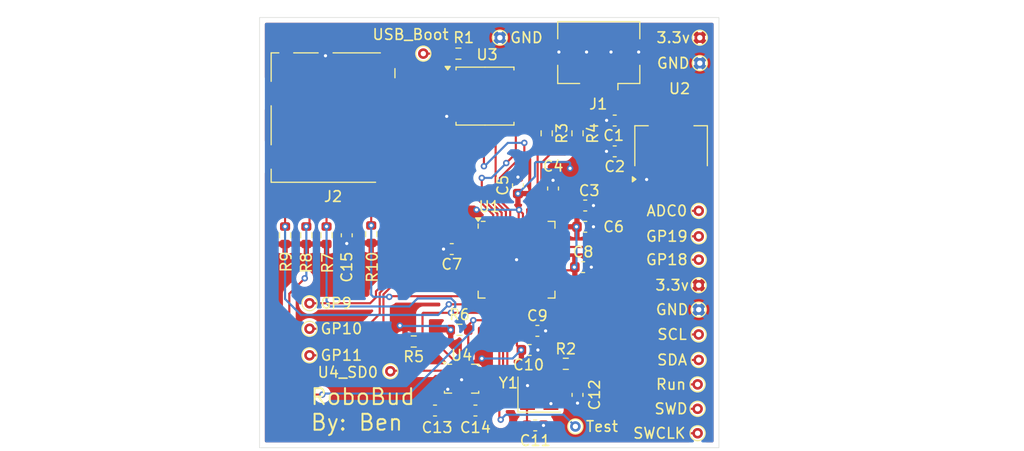
<source format=kicad_pcb>
(kicad_pcb (version 20240108) (generator "pcbnew") (generator_version "8.0")
  (layers (0 "F.Cu" signal) (31 "B.Cu" signal) (34 "B.Paste" user) (35 "F.Paste" user) (36 "B.SilkS" user "B.Silkscreen") (37 "F.SilkS" user "F.Silkscreen") (38 "B.Mask" user) (39 "F.Mask" user) (44 "Edge.Cuts" user))
  (net 0 "")
  (net 1 "VBUS")
  (net 2 "GND")
  (net 3 "+3.3V")
  (net 4 "+1V1")
  (net 5 "/XIN")
  (net 6 "/USB_D+")
  (net 7 "/USB_D-")
  (net 9 "/MISO_SD")
  (net 10 "/SCL_GRYO{slash}MOSI_SD")
  (net 11 "Net-(C12-Pad2)")
  (net 12 "/SDA_GYRO{slash}SCK_SD")
  (net 13 "/CS_SD")
  (net 14 "Net-(J2-VSS)")
  (net 15 "/Pad")
  (net 16 "/XOUT")
  (net 17 "Net-(U1-USB_DP)")
  (net 18 "Net-(U1-USB_DM)")
  (net 19 "/QSPI_SD0")
  (net 22 "/SCL_OLED")
  (net 30 "/speaker")
  (net 31 "/QSPI_SD2")
  (net 33 "/QSPI_SD3")
  (net 38 "/SDA_OLED")
  (net 41 "/QSPI_SCLK")
  (net 44 "/QSPI_SD1")
  (net 45 "/SD0_Pad")
  (net 48 "/SWCLK")
  (net 49 "/GPIO_18")
  (net 50 "/SWD")
  (net 51 "/GPIO_9")
  (net 52 "/GPIO_19")
  (net 53 "/GPIO_26_ADC0")
  (net 54 "/TESTEN")
  (net 55 "/RUN")
  (net 56 "/GPIO_10")
  (footprint "Capacitor_SMD:C_0603_1608Metric" (layer "F.Cu") (at 142.8 107.6 180)
    (property "Reference" "C14")
    (property "Value" "100n")
  )
  (footprint "TestPoint:TestPoint_THTPad_D1.0mm_Drill0.5mm" (layer "F.Cu") (at 127.2 99.9 180)
    (property "Reference" "GP10")
    (property "Value" "TestPoint_THTPad_D1.0mm_Drill0.5mm")
  )
  (footprint "TestPoint:TestPoint_THTPad_D1.0mm_Drill0.5mm" (layer "F.Cu") (at 145.1 72.5 180)
    (property "Reference" "GND")
    (property "Value" "TestPoint_THTPad_D1.0mm_Drill0.5mm")
  )
  (footprint "Capacitor_SMD:C_0603_1608Metric" (layer "F.Cu") (at 140.575 92.4 180)
    (property "Reference" "C7")
    (property "Value" "100n")
  )
  (footprint "Resistor_SMD:R_0603_1608Metric" (layer "F.Cu") (at 141.2 74)
    (property "Reference" "R1")
    (property "Value" "1k")
  )
  (footprint "Resistor_SMD:R_0603_1608Metric" (layer "F.Cu") (at 151.3 103.2 180)
    (property "Reference" "R2")
    (property "Value" "1k")
  )
  (footprint "TestPoint:TestPoint_THTPad_D1.0mm_Drill0.5mm" (layer "F.Cu") (at 163.79375 102.8375)
    (property "Reference" "SDA")
    (property "Value" "TestPoint_THTPad_D1.0mm_Drill0.5mm")
  )
  (footprint "Resistor_SMD:R_0603_1608Metric" (layer "F.Cu") (at 141.3 100)
    (property "Reference" "R6")
    (property "Value" "10k")
  )
  (footprint "Resistor_SMD:R_0603_1608Metric" (layer "F.Cu") (at 152.4 81.5 -90)
    (property "Reference" "R4")
    (property "Value" "27.4")
  )
  (footprint "Capacitor_SMD:C_0603_1608Metric" (layer "F.Cu") (at 130.7 91.1 90)
    (property "Reference" "C15")
    (property "Value" "100n")
  )
  (footprint "Resistor_SMD:R_0603_1608Metric" (layer "F.Cu") (at 124.9 91.1 -90)
    (property "Reference" "R9")
    (property "Value" "10k")
  )
  (footprint "TestPoint:TestPoint_THTPad_D1.0mm_Drill0.5mm" (layer "F.Cu") (at 163.69375 107.4375)
    (property "Reference" "SWD")
    (property "Value" "TestPoint_THTPad_D1.0mm_Drill0.5mm")
  )
  (footprint "TestPoint:TestPoint_THTPad_D1.0mm_Drill0.5mm" (layer "F.Cu") (at 163.8 91.2)
    (property "Reference" "GP19")
    (property "Value" "TestPoint_THTPad_D1.0mm_Drill0.5mm")
  )
  (footprint "Resistor_SMD:R_0603_1608Metric" (layer "F.Cu") (at 126.9 91.1 -90)
    (property "Reference" "R8")
    (property "Value" "10k")
  )
  (footprint "Capacitor_SMD:C_0603_1608Metric" (layer "F.Cu") (at 148.625 100.1)
    (property "Reference" "C9")
    (property "Value" "100n")
  )
  (footprint "Capacitor_SMD:C_0603_1608Metric" (layer "F.Cu") (at 152.925 94.1)
    (property "Reference" "C8")
    (property "Value" "100n")
  )
  (footprint "TestPoint:TestPoint_THTPad_D1.0mm_Drill0.5mm" (layer "F.Cu") (at 127.2 102.4 180)
    (property "Reference" "GP11")
    (property "Value" "TestPoint_THTPad_D1.0mm_Drill0.5mm")
  )
  (footprint "TestPoint:TestPoint_THTPad_D1.0mm_Drill0.5mm" (layer "F.Cu") (at 163.9 72.5)
    (property "Reference" "3.3v")
    (property "Value" "TestPoint_THTPad_D1.0mm_Drill0.5mm")
  )
  (footprint "TestPoint:TestPoint_THTPad_D1.0mm_Drill0.5mm" (layer "F.Cu") (at 163.8 98.1)
    (property "Reference" "GND")
    (property "Value" "TestPoint_THTPad_D1.0mm_Drill0.5mm")
  )
  (footprint "Resistor_SMD:R_0603_1608Metric" (layer "F.Cu") (at 137 101.1 180)
    (property "Reference" "R5")
    (property "Value" "10k")
  )
  (footprint "Package_DFN_QFN:QFN-56-1EP_7x7mm_P0.4mm_EP3.2x3.2mm" (layer "F.Cu") (at 146.66875 93.4)
    (property "Reference" "U1")
    (property "Value" "RP2040")
  )
  (footprint "Resistor_SMD:R_0603_1608Metric" (layer "F.Cu") (at 128.8 91.1 -90)
    (property "Reference" "R7")
    (property "Value" "10k")
  )
  (footprint "Capacitor_SMD:C_0603_1608Metric" (layer "F.Cu") (at 146.8 86.4 90)
    (property "Reference" "C5")
    (property "Value" "100n")
  )
  (footprint "Capacitor_SMD:C_0603_1608Metric" (layer "F.Cu") (at 152.4 106.125 90)
    (property "Reference" "C12")
    (property "Value" "15p")
  )
  (footprint "TestPoint:TestPoint_THTPad_D1.0mm_Drill0.5mm" (layer "F.Cu") (at 163.8 95.8)
    (property "Reference" "3.3v")
    (property "Value" "TestPoint_THTPad_D1.0mm_Drill0.5mm")
  )
  (footprint "Capacitor_SMD:C_0603_1608Metric" (layer "F.Cu") (at 150.1 86.7 90)
    (property "Reference" "C4")
    (property "Value" "1u")
  )
  (footprint "Capacitor_SMD:C_0603_1608Metric" (layer "F.Cu") (at 153.125 88.3)
    (property "Reference" "C3")
    (property "Value" "1u")
  )
  (footprint "Resistor_SMD:R_0603_1608Metric" (layer "F.Cu") (at 149.5 81.5 -90)
    (property "Reference" "R3")
    (property "Value" "27.4")
  )
  (footprint "Crystal:Crystal_SMD_3225-4Pin_3.2x2.5mm" (layer "F.Cu") (at 148.8 106.1)
    (property "Reference" "Y1")
    (property "Value" "ABM8-272-T3")
  )
  (footprint "TestPoint:TestPoint_THTPad_D1.0mm_Drill0.5mm" (layer "F.Cu") (at 163.79375 100.4375)
    (property "Reference" "SCL")
    (property "Value" "TestPoint_THTPad_D1.0mm_Drill0.5mm")
  )
  (footprint "Package_SO:SOIC-8_5.23x5.23mm_P1.27mm" (layer "F.Cu") (at 143.7 78)
    (property "Reference" "U3")
    (property "Value" "W25Q128JVS")
  )
  (footprint "Connector_USB:USB_Micro-B_Amphenol_10104110_Horizontal" (layer "F.Cu") (at 154.4 75.15 180)
    (property "Reference" "J1")
    (property "Value" "USB_B_Micro")
  )
  (footprint "Capacitor_SMD:C_0603_1608Metric" (layer "F.Cu") (at 148.425 109 180)
    (property "Reference" "C11")
    (property "Value" "15p")
  )
  (footprint "Capacitor_SMD:C_0603_1608Metric" (layer "F.Cu") (at 155.9 80.3 180)
    (property "Reference" "C1")
    (property "Value" "10u")
  )
  (footprint "TestPoint:TestPoint_THTPad_D1.0mm_Drill0.5mm" (layer "F.Cu") (at 137.9 74 180)
    (property "Reference" "USB_Boot")
    (property "Value" "TestPoint_THTPad_D1.0mm_Drill0.5mm")
  )
  (footprint "Package_LGA:LGA-14_3x2.5mm_P0.5mm_LayoutBorder3x4y" (layer "F.Cu") (at 141.5 104.6)
    (property "Reference" "U4")
    (property "Value" "LSM6DS3")
  )
  (footprint "TestPoint:TestPoint_THTPad_D1.0mm_Drill0.5mm" (layer "F.Cu") (at 163.9 74.9)
    (property "Reference" "GND")
    (property "Value" "TestPoint_THTPad_D1.0mm_Drill0.5mm")
  )
  (footprint "TestPoint:TestPoint_THTPad_D1.0mm_Drill0.5mm" (layer "F.Cu") (at 163.69375 109.7375)
    (property "Reference" "SWCLK")
    (property "Value" "TestPoint_THTPad_D1.0mm_Drill0.5mm")
  )
  (footprint "TestPoint:TestPoint_THTPad_D1.0mm_Drill0.5mm" (layer "F.Cu") (at 127.2 97.5 180)
    (property "Reference" "GP9")
    (property "Value" "TestPoint_THTPad_D1.0mm_Drill0.5mm")
  )
  (footprint "Resistor_SMD:R_0603_1608Metric" (layer "F.Cu") (at 133 91 -90)
    (property "Reference" "R10")
    (property "Value" "10k")
  )
  (footprint "Connector_Card:microSD_HC_Molex_104031-0811" (layer "F.Cu") (at 129.4125 80 -90)
    (property "Reference" "J2")
    (property "Value" "Micro_SD_Card")
  )
  (footprint "Capacitor_SMD:C_0603_1608Metric" (layer "F.Cu") (at 153.125 90.3)
    (property "Reference" "C6")
    (property "Value" "100n")
  )
  (footprint "Capacitor_SMD:C_0603_1608Metric" (layer "F.Cu") (at 139 107.6)
    (property "Reference" "C13")
    (property "Value" "100n")
  )
  (footprint "Capacitor_SMD:C_0603_1608Metric" (layer "F.Cu") (at 147.9 101.9)
    (property "Reference" "C10")
    (property "Value" "100n")
  )
  (footprint "TestPoint:TestPoint_THTPad_D1.0mm_Drill0.5mm" (layer "F.Cu") (at 163.69375 105.1375)
    (property "Reference" "Run")
    (property "Value" "TestPoint_THTPad_D1.0mm_Drill0.5mm")
  )
  (footprint "Package_TO_SOT_SMD:SOT-223-3_TabPin2" (layer "F.Cu") (at 161.2 82.7 90)
    (property "Reference" "U2")
    (property "Value" "NCP1117-3.3_SOT223")
  )
  (footprint "TestPoint:TestPoint_THTPad_D1.0mm_Drill0.5mm" (layer "F.Cu") (at 163.8 93.4)
    (property "Reference" "GP18")
    (property "Value" "TestPoint_THTPad_D1.0mm_Drill0.5mm")
  )
  (footprint "TestPoint:TestPoint_THTPad_D1.0mm_Drill0.5mm" (layer "F.Cu") (at 134.8 103.9)
    (property "Reference" "U4_SD0")
    (property "Value" "TestPoint_THTPad_D1.0mm_Drill0.5mm")
  )
  (footprint "TestPoint:TestPoint_THTPad_D1.0mm_Drill0.5mm" (layer "F.Cu") (at 163.8 88.8)
    (property "Reference" "ADC0")
    (property "Value" "TestPoint_THTPad_D1.0mm_Drill0.5mm")
  )
  (footprint "Capacitor_SMD:C_0603_1608Metric" (layer "F.Cu") (at 155.9 83.2 180)
    (property "Reference" "C2")
    (property "Value" "10u")
  )
  (footprint "TestPoint:TestPoint_THTPad_D1.0mm_Drill0.5mm" (layer "F.Cu") (at 152.2 109.1 180)
    (property "Reference" "Test")
    (property "Value" "TestPoint_THTPad_D1.0mm_Drill0.5mm")
  )
  (gr_rect (start 122.5 70.6) (end 165.7 111.1) (stroke (width 0.05)) (fill none) (layer "Edge.Cuts"))
  (gr_text "RoboBud\nBy: Ben" (at 127.2 109.6 0) (layer "F.SilkS") (effects (font (size 1.5 1.5) (thickness 0.1875)) (justify left bottom)))
  (segment (start 156.675 80.475) (end 156.675 80.3) (width 0.2) (layer "F.Cu") (net 1))
  (segment (start 156.675 80.3) (end 156.7 80.275) (width 0.2) (layer "F.Cu") (net 1))
  (segment (start 156.675 80.3) (end 156.9 80.075) (width 0.2) (layer "F.Cu") (net 1))
  (segment (start 155.7 78.4) (end 155.7 76.7) (width 0.2) (layer "F.Cu") (net 1))
  (segment (start 158.8 82.6) (end 156.675 80.475) (width 0.2) (layer "F.Cu") (net 1))
  (segment (start 163.5 85.85) (end 163.5 82.6) (width 0.2) (layer "F.Cu") (net 1))
  (segment (start 163.5 82.6) (end 158.8 82.6) (width 0.2) (layer "F.Cu") (net 1))
  (segment (start 156.7 79.4) (end 155.7 78.4) (width 0.2) (layer "F.Cu") (net 1))
  (segment (start 156.7 80.275) (end 156.7 79.4) (width 0.2) (layer "F.Cu") (net 1))
  (segment (start 142.025 107.6) (end 142 107.575) (width 0.2) (layer "F.Cu") (net 2))
  (segment (start 141.65 104.85) (end 141.5 104.7) (width 0.2) (layer "F.Cu") (net 2))
  (segment (start 140.2 105.6) (end 139.2 105.6) (width 0.2) (layer "F.Cu") (net 2))
  (segment (start 153.25 73.85) (end 153.25 74.25) (width 0.2) (layer "F.Cu") (net 2))
  (segment (start 142 105.2) (end 141.5 104.7) (width 0.2) (layer "F.Cu") (net 2))
  (segment (start 141.5 105.5125) (end 141.5 104.7) (width 0.2) (layer "F.Cu") (net 2))
  (segment (start 138.225 106.575) (end 138.225 107.6) (width 0.2) (layer "F.Cu") (net 2))
  (segment (start 153.1 74.4) (end 153.1 76.7) (width 0.2) (layer "F.Cu") (net 2))
  (segment (start 142 107.575) (end 142 105.5125) (width 0.2) (layer "F.Cu") (net 2))
  (segment (start 139.2 105.6) (end 138.225 106.575) (width 0.2) (layer "F.Cu") (net 2))
  (segment (start 142 105.5125) (end 142 105.2) (width 0.2) (layer "F.Cu") (net 2))
  (segment (start 140.2 105.6) (end 140.2 105.825) (width 0.2) (layer "F.Cu") (net 2))
  (segment (start 153.25 74.25) (end 153.1 74.4) (width 0.2) (layer "F.Cu") (net 2))
  (segment (start 150.65 73.85) (end 158.15 73.85) (width 0.2) (layer "F.Cu") (net 2))
  (segment (start 142.6625 104.85) (end 141.65 104.85) (width 0.2) (layer "F.Cu") (net 2))
  (via (at 155.136857 80.28233) (size 0.6) (drill 0.3) (layers "F.Cu" "B.Cu") (net 2))
  (via (at 153.9 90.3) (size 0.6) (drill 0.3) (layers "F.Cu" "B.Cu") (net 2))
  (via (at 146.8 85.625) (size 0.6) (drill 0.3) (layers "F.Cu" "B.Cu") (net 2))
  (via (at 149.2 109) (size 0.6) (drill 0.3) (layers "F.Cu" "B.Cu") (net 2))
  (via (at 141.5 104.7) (size 0.6) (drill 0.3) (layers "F.Cu" "B.Cu") (net 2))
  (via (at 147.7 105.25) (size 0.6) (drill 0.3) (layers "F.Cu" "B.Cu") (net 2))
  (via (at 150.1 85.925) (size 0.6) (drill 0.3) (layers "F.Cu" "B.Cu") (net 2))
  (via (at 153.9 88.3) (size 0.6) (drill 0.3) (layers "F.Cu" "B.Cu") (net 2))
  (via (at 128.7 74.2) (size 0.6) (drill 0.3) (layers "F.Cu" "B.Cu") (net 2))
  (via (at 140.2 105.6) (size 0.6) (drill 0.3) (layers "F.Cu" "B.Cu") (net 2))
  (via (at 139.8 92.4) (size 0.6) (drill 0.3) (layers "F.Cu" "B.Cu") (net 2))
  (via (at 149.4 100.1) (size 0.6) (drill 0.3) (layers "F.Cu" "B.Cu") (net 2))
  (via (at 150.65 73.85) (size 0.6) (drill 0.3) (layers "F.Cu" "B.Cu") (net 2))
  (via (at 146.66875 93.4) (size 0.6) (drill 0.3) (layers "F.Cu" "B.Cu") (net 2))
  (via (at 152.4 106.9) (size 0.6) (drill 0.3) (layers "F.Cu" "B.Cu") (net 2))
  (via (at 158.15 73.85) (size 0.6) (drill 0.3) (layers "F.Cu" "B.Cu") (net 2))
  (via (at 149.9 106.95) (size 0.6) (drill 0.3) (layers "F.Cu" "B.Cu") (net 2))
  (via (at 153.25 73.85) (size 0.6) (drill 0.3) (layers "F.Cu" "B.Cu") (net 2))
  (via (at 158.9 85.85) (size 0.6) (drill 0.3) (layers "F.Cu" "B.Cu") (net 2))
  (via (at 155.125 83.2) (size 0.6) (drill 0.3) (layers "F.Cu" "B.Cu") (net 2))
  (via (at 153.7 94.1) (size 0.6) (drill 0.3) (layers "F.Cu" "B.Cu") (net 2))
  (via (at 148.675 101.9) (size 0.6) (drill 0.3) (layers "F.Cu" "B.Cu") (net 2))
  (via (at 155.55 73.85) (size 0.6) (drill 0.3) (layers "F.Cu" "B.Cu") (net 2))
  (via (at 130.7 91.875) (size 0.6) (drill 0.3) (layers "F.Cu" "B.Cu") (net 2))
  (via (at 140.1 79.905) (size 0.6) (drill 0.3) (layers "F.Cu" "B.Cu") (net 2))
  (segment (start 143.23125 94.4) (end 141.35 94.4) (width 0.2) (layer "F.Cu") (net 3))
  (segment (start 143.23125 90.8) (end 143.23125 89.9875) (width 0.2) (layer "F.Cu") (net 3))
  (segment (start 141.35 94.4) (end 141.35 90.8) (width 0.2) (layer "F.Cu") (net 3))
  (segment (start 147.26875 89.06875) (end 147.26875 89.9625) (width 0.2) (layer "F.Cu") (net 3))
  (segment (start 151.4 89) (end 152.1 88.3) (width 0.2) (layer "F.Cu") (net 3))
  (segment (start 146.90625 88.7625) (end 146.90625 88.70625) (width 0.2) (layer "F.Cu") (net 3))
  (segment (start 152.1 94.1) (end 152.15 94.1) (width 0.2) (layer "F.Cu") (net 3))
  (segment (start 137.7 105.7) (end 138.55 104.85) (width 0.2) (layer "F.Cu") (net 3))
  (segment (start 152.35 90.3) (end 152.3 90.3) (width 0.2) (layer "F.Cu") (net 3))
  (segment (start 149.26875 89.9625) (end 150.23125 89) (width 0.2) (layer "F.Cu") (net 3))
  (segment (start 138.55 104.85) (end 139.05 104.35) (width 0.2) (layer "F.Cu") (net 3))
  (segment (start 142.6625 105.35) (end 142.6625 105.6625) (width 0.2) (layer "F.Cu") (net 3))
  (segment (start 152.15 94.1) (end 152.15 94.1) (width 0.2) (layer "F.Cu") (net 3))
  (segment (start 140.3375 104.85) (end 138.55 104.85) (width 0.2) (layer "F.Cu") (net 3))
  (segment (start 152.1 94.15) (end 152.1 94.1) (width 0.2) (layer "F.Cu") (net 3))
  (segment (start 141 106.375) (end 139.775 107.6) (width 0.2) (layer "F.Cu") (net 3))
  (segment (start 142 103.649568) (end 142.949568 102.7) (width 0.2) (layer "F.Cu") (net 3))
  (segment (start 142 103.6875) (end 142 103.649568) (width 0.2) (layer "F.Cu") (net 3))
  (segment (start 146.7 98.463514) (end 146.7 101.475) (width 0.2) (layer "F.Cu") (net 3))
  (segment (start 147.1 101.875) (end 147.1 101.9) (width 0.2) (layer "F.Cu") (net 3))
  (segment (start 143.575 106.575) (end 143.575 107.6) (width 0.2) (layer "F.Cu") (net 3))
  (segment (start 150.60625 90.3) (end 150.10625 90.8) (width 0.2) (layer "F.Cu") (net 3))
  (segment (start 151.18 94.4) (end 151.85 94.4) (width 0.2) (layer "F.Cu") (net 3))
  (segment (start 146.86875 89.9625) (end 146.86875 88.8) (width 0.2) (layer "F.Cu") (net 3))
  (segment (start 152.3 90.3) (end 150.60625 90.3) (width 0.2) (layer "F.Cu") (net 3))
  (segment (start 142.025 74.17) (end 142.025 74) (width 0.2) (layer "F.Cu") (net 3))
  (segment (start 146.7 101.475) (end 147.1 101.875) (width 0.2) (layer "F.Cu") (net 3))
  (segment (start 147.125 101.9) (end 147.125 101.9) (width 0.2) (layer "F.Cu") (net 3))
  (segment (start 140.1 76.095) (end 142.025 74.17) (width 0.2) (layer "F.Cu") (net 3))
  (segment (start 143.23125 89.9875) (end 143.20625 89.9625) (width 0.2) (layer "F.Cu") (net 3))
  (segment (start 147.1 101.9) (end 147.125 101.9) (width 0.2) (layer "F.Cu") (net 3))
  (segment (start 142.949568 102.7) (end 143.4 102.7) (width 0.2) (layer "F.Cu") (net 3))
  (segment (start 143.76511 94.4) (end 143.23125 94.4) (width 0.2) (layer "F.Cu") (net 3))
  (segment (start 150.23125 89) (end 151.4 89) (width 0.2) (layer "F.Cu") (net 3))
  (segment (start 139.05 104.35) (end 140.3375 104.35) (width 0.2) (layer "F.Cu") (net 3))
  (segment (start 146.86875 96.8375) (end 146.86875 98.294764) (width 0.2) (layer "F.Cu") (net 3))
  (segment (start 152.1 88.3) (end 152.35 88.3) (width 0.2) (layer "F.Cu") (net 3))
  (segment (start 149.18625 89.9625) (end 148.86875 89.9625) (width 0.2) (layer "F.Cu") (net 3))
  (segment (start 146.9 88.7) (end 147.26875 89.06875) (width 0.2) (layer "F.Cu") (net 3))
  (segment (start 144.06875 89.9625) (end 143.20625 89.9625) (width 0.2) (layer "F.Cu") (net 3))
  (segment (start 146.86875 88.8) (end 146.90625 88.7625) (width 0.2) (layer "F.Cu") (net 3))
  (segment (start 141.35 90.8) (end 143.23125 90.8) (width 0.2) (layer "F.Cu") (net 3))
  (segment (start 146.86875 98.294764) (end 146.7 98.463514) (width 0.2) (layer "F.Cu") (net 3))
  (segment (start 141 105.5125) (end 141 106.375) (width 0.2) (layer "F.Cu") (net 3))
  (segment (start 146.90625 88.70625) (end 146.9 88.7) (width 0.2) (layer "F.Cu") (net 3))
  (segment (start 151.85 94.4) (end 152.1 94.15) (width 0.2) (layer "F.Cu") (net 3))
  (segment (start 150.10625 94.4) (end 151.1 94.4) (width 0.2) (layer "F.Cu") (net 3))
  (segment (start 142.6625 105.6625) (end 143.575 106.575) (width 0.2) (layer "F.Cu") (net 3))
  (via (at 151.7 84.8) (size 0.6) (drill 0.3) (layers "F.Cu" "B.Cu") (net 3))
  (via (at 142.9 88.7) (size 0.6) (drill 0.3) (layers "F.Cu" "B.Cu") (net 3))
  (via (at 135.7 99.6) (size 0.6) (drill 0.3) (layers "F.Cu" "B.Cu") (net 3))
  (via (at 147.1 101.9) (size 0.6) (drill 0.3) (layers "F.Cu" "B.Cu") (net 3))
  (via (at 146.8 87.175) (size 0.6) (drill 0.3) (layers "F.Cu" "B.Cu") (net 3))
  (via (at 140.475 100) (size 0.6) (drill 0.3) (layers "F.Cu" "B.Cu") (net 3))
  (via (at 146.9 88.7) (size 0.6) (drill 0.3) (layers "F.Cu" "B.Cu") (net 3))
  (via (at 143.4 102.7) (size 0.6) (drill 0.3) (layers "F.Cu" "B.Cu") (net 3))
  (via (at 152.1 94.1) (size 0.6) (drill 0.3) (layers "F.Cu" "B.Cu") (net 3))
  (via (at 152.3 90.3) (size 0.6) (drill 0.3) (layers "F.Cu" "B.Cu") (net 3))
  (segment (start 148.4 85.575) (end 146.8 87.175) (width 0.2) (layer "B.Cu") (net 3))
  (segment (start 146.9 88.7) (end 142.9 88.7) (width 0.2) (layer "B.Cu") (net 3))
  (segment (start 151.7 84.8) (end 151.7 84.3) (width 0.2) (layer "B.Cu") (net 3))
  (segment (start 148.4 84.3) (end 148.4 85.575) (width 0.2) (layer "B.Cu") (net 3))
  (segment (start 151.7 84.3) (end 151.6 84.2) (width 0.2) (layer "B.Cu") (net 3))
  (segment (start 151.6 84.2) (end 148.5 84.2) (width 0.2) (layer "B.Cu") (net 3))
  (segment (start 143.4 102.7) (end 146.3 102.7) (width 0.2) (layer "B.Cu") (net 3))
  (segment (start 140.11666 99.64166) (end 135.74166 99.64166) (width 0.2) (layer "B.Cu") (net 3))
  (segment (start 152.3 90.3) (end 152.3 93.9) (width 0.2) (layer "B.Cu") (net 3))
  (segment (start 135.74166 99.64166) (end 135.7 99.6) (width 0.2) (layer "B.Cu") (net 3))
  (segment (start 140.475 100) (end 140.11666 99.64166) (width 0.2) (layer "B.Cu") (net 3))
  (segment (start 142.9 88.7) (end 142.8 88.7) (width 0.2) (layer "B.Cu") (net 3))
  (segment (start 152.3 93.9) (end 152.1 94.1) (width 0.2) (layer "B.Cu") (net 3))
  (segment (start 146.3 102.7) (end 147.1 101.9) (width 0.2) (layer "B.Cu") (net 3))
  (segment (start 148.5 84.2) (end 148.4 84.3) (width 0.2) (layer "B.Cu") (net 3))
  (segment (start 148.46875 89.33125) (end 150.1 87.7) (width 0.2) (layer "F.Cu") (net 4))
  (segment (start 148.46875 91.1) (end 148.8 91.43125) (width 0.2) (layer "F.Cu") (net 4))
  (segment (start 148.46875 89.9625) (end 148.46875 89.33125) (width 0.2) (layer "F.Cu") (net 4))
  (segment (start 147.26875 99.51875) (end 147.85 100.1) (width 0.2) (layer "F.Cu") (net 4))
  (segment (start 148.46875 91.1) (end 148.46875 89.9625) (width 0.2) (layer "F.Cu") (net 4))
  (segment (start 150.1 87.7) (end 150.1 87.475) (width 0.2) (layer "F.Cu") (net 4))
  (segment (start 148.8 91.43125) (end 148.8 95.5) (width 0.2) (layer "F.Cu") (net 4))
  (segment (start 148.8 95.5) (end 147.33125 95.5) (width 0.2) (layer "F.Cu") (net 4))
  (segment (start 146.46875 89.9625) (end 146.46875 91.1) (width 0.2) (layer "F.Cu") (net 4))
  (segment (start 147.26875 96.8375) (end 147.26875 99.51875) (width 0.2) (layer "F.Cu") (net 4))
  (segment (start 147.33125 95.5) (end 147.26875 95.5625) (width 0.2) (layer "F.Cu") (net 4))
  (segment (start 146.46875 91.1) (end 148.46875 91.1) (width 0.2) (layer "F.Cu") (net 4))
  (segment (start 150.1 87.475) (end 150.2 87.375) (width 0.2) (layer "F.Cu") (net 4))
  (segment (start 147.26875 95.5625) (end 147.26875 96.8375) (width 0.2) (layer "F.Cu") (net 4))
  (segment (start 145.4 98.702854) (end 146.06875 98.034104) (width 0.2) (layer "F.Cu") (net 5))
  (segment (start 146.06875 98.034104) (end 146.06875 96.8375) (width 0.2) (layer "F.Cu") (net 5))
  (segment (start 145.45 106.95) (end 145.4 106.9) (width 0.2) (layer "F.Cu") (net 5))
  (segment (start 147.7 106.95) (end 145.45 106.95) (width 0.2) (layer "F.Cu") (net 5))
  (segment (start 145.4 106.9) (end 145.4 98.702854) (width 0.2) (layer "F.Cu") (net 5))
  (segment (start 147.65 107) (end 147.7 106.95) (width 0.2) (layer "F.Cu") (net 5))
  (segment (start 147.65 109) (end 147.65 107) (width 0.2) (layer "F.Cu") (net 5))
  (segment (start 154.3 77.9) (end 149.9 77.9) (width 0.2) (layer "F.Cu") (net 6))
  (segment (start 149.5 78.3) (end 149.5 80.675) (width 0.2) (layer "F.Cu") (net 6))
  (segment (start 154.4 77.8) (end 154.3 77.9) (width 0.2) (layer "F.Cu") (net 6))
  (segment (start 154.4 77.8) (end 154.4 76.7) (width 0.2) (layer "F.Cu") (net 6))
  (segment (start 149.9 77.9) (end 149.5 78.3) (width 0.2) (layer "F.Cu") (net 6))
  (segment (start 155.05 76.7) (end 155.05 78.05) (width 0.2) (layer "F.Cu") (net 7))
  (segment (start 152.4 78.7) (end 152.4 80.675) (width 0.2) (layer "F.Cu") (net 7))
  (segment (start 152.6 78.5) (end 152.4 78.7) (width 0.2) (layer "F.Cu") (net 7))
  (segment (start 155.05 78.05) (end 154.6 78.5) (width 0.2) (layer "F.Cu") (net 7))
  (segment (start 154.6 78.5) (end 152.6 78.5) (width 0.2) (layer "F.Cu") (net 7))
  (segment (start 134.757583 96.8375) (end 144.06875 96.8375) (width 0.2) (layer "F.Cu") (net 9))
  (segment (start 133.605 83.495) (end 134.8625 83.495) (width 0.2) (layer "F.Cu") (net 9))
  (segment (start 134.7 96.895083) (end 134.757583 96.8375) (width 0.2) (layer "F.Cu") (net 9))
  (segment (start 133 84.1) (end 133.605 83.495) (width 0.2) (layer "F.Cu") (net 9))
  (segment (start 133 90.175) (end 133 84.1) (width 0.2) (layer "F.Cu") (net 9))
  (via (at 133 90.175) (size 0.6) (drill 0.3) (layers "F.Cu" "B.Cu") (net 9))
  (via (at 134.7 96.895083) (size 0.6) (drill 0.3) (layers "F.Cu" "B.Cu") (net 9))
  (segment (start 134.7 96.895083) (end 133.195083 96.895083) (width 0.2) (layer "B.Cu") (net 9))
  (segment (start 133.195083 96.895083) (end 133 96.7) (width 0.2) (layer "B.Cu") (net 9))
  (segment (start 133 96.7) (end 133 90.175) (width 0.2) (layer "B.Cu") (net 9))
  (segment (start 131.505 79.095) (end 127.2 83.4) (width 0.2) (layer "F.Cu") (net 10))
  (segment (start 125.9 106.1) (end 125.3 105.5) (width 0.2) (layer "F.Cu") (net 10))
  (segment (start 142.125 99.575) (end 142.6 99.1) (width 0.2) (layer "F.Cu") (net 10))
  (segment (start 143.871482 99.1) (end 145.26875 97.702732) (width 0.2) (layer "F.Cu") (net 10))
  (segment (start 142.6 99.1) (end 143.871482 99.1) (width 0.2) (layer "F.Cu") (net 10))
  (segment (start 142.125 100) (end 142.125 99.575) (width 0.2) (layer "F.Cu") (net 10))
  (segment (start 128.4 106.1) (end 125.9 106.1) (width 0.2) (layer "F.Cu") (net 10))
  (segment (start 127.2 89.975) (end 126.9 90.275) (width 0.2) (layer "F.Cu") (net 10))
  (segment (start 141.5 103.324568) (end 142.125 102.699568) (width 0.2) (layer "F.Cu") (net 10))
  (segment (start 127.2 83.4) (end 127.2 89.975) (width 0.2) (layer "F.Cu") (net 10))
  (segment (start 142.125 102.699568) (end 142.125 100) (width 0.2) (layer "F.Cu") (net 10))
  (segment (start 145.26875 97.702732) (end 145.26875 96.8375) (width 0.2) (layer "F.Cu") (net 10))
  (segment (start 125.3 96.6) (end 126.75 95.15) (width 0.2) (layer "F.Cu") (net 10))
  (segment (start 141.5 103.6875) (end 141.5 103.324568) (width 0.2) (layer "F.Cu") (net 10))
  (segment (start 134.8625 79.095) (end 131.505 79.095) (width 0.2) (layer "F.Cu") (net 10))
  (segment (start 125.3 105.5) (end 125.3 96.6) (width 0.2) (layer "F.Cu") (net 10))
  (via (at 142.6 99.1) (size 0.6) (drill 0.3) (layers "F.Cu" "B.Cu") (net 10))
  (via (at 126.9 90.275) (size 0.6) (drill 0.3) (layers "F.Cu" "B.Cu") (net 10))
  (via (at 128.4 106.1) (size 0.6) (drill 0.3) (layers "F.Cu" "B.Cu") (net 10))
  (via (at 126.75 95.15) (size 0.6) (drill 0.3) (layers "F.Cu" "B.Cu") (net 10))
  (segment (start 136.6 106) (end 142.6 100) (width 0.2) (layer "B.Cu") (net 10))
  (segment (start 126.75 95.15) (end 126.9 95) (width 0.2) (layer "B.Cu") (net 10))
  (segment (start 128.5 106) (end 136.6 106) (width 0.2) (layer "B.Cu") (net 10))
  (segment (start 126.9 95) (end 126.9 90.275) (width 0.2) (layer "B.Cu") (net 10))
  (segment (start 142.6 100) (end 142.6 99.1) (width 0.2) (layer "B.Cu") (net 10))
  (segment (start 128.4 106.1) (end 128.5 106) (width 0.2) (layer "B.Cu") (net 10))
  (segment (start 152.4 105.35) (end 152.3 105.25) (width 0.2) (layer "F.Cu") (net 11))
  (segment (start 152.125 103.2) (end 151.95 103.2) (width 0.2) (layer "F.Cu") (net 11))
  (segment (start 152.3 105.25) (end 149.9 105.25) (width 0.2) (layer "F.Cu") (net 11))
  (segment (start 151.95 103.2) (end 149.9 105.25) (width 0.2) (layer "F.Cu") (net 11))
  (segment (start 132.105 81.295) (end 134.8625 81.295) (width 0.2) (layer "F.Cu") (net 12))
  (segment (start 144.86875 97.537046) (end 144.005796 98.4) (width 0.2) (layer "F.Cu") (net 12))
  (segment (start 140.5 98.4) (end 140.6 98.3) (width 0.2) (layer "F.Cu") (net 12))
  (segment (start 137.825 101.1) (end 139 101.1) (width 0.2) (layer "F.Cu") (net 12))
  (segment (start 137.9 98.4) (end 137.825 98.475) (width 0.2) (layer "F.Cu") (net 12))
  (segment (start 137.825 98.475) (end 137.825 101.1) (width 0.2) (layer "F.Cu") (net 12))
  (segment (start 128.8 90.275) (end 128.8 84.6) (width 0.2) (layer "F.Cu") (net 12))
  (segment (start 140.5 98.4) (end 137.9 98.4) (width 0.2) (layer "F.Cu") (net 12))
  (segment (start 144.005796 98.4) (end 140.5 98.4) (width 0.2) (layer "F.Cu") (net 12))
  (segment (start 144.86875 96.8375) (end 144.86875 97.537046) (width 0.2) (layer "F.Cu") (net 12))
  (segment (start 141 103.1) (end 141 103.6875) (width 0.2) (layer "F.Cu") (net 12))
  (segment (start 128.8 84.6) (end 132.105 81.295) (width 0.2) (layer "F.Cu") (net 12))
  (segment (start 139 101.1) (end 141 103.1) (width 0.2) (layer "F.Cu") (net 12))
  (via (at 140.5 98.4) (size 0.6) (drill 0.3) (layers "F.Cu" "B.Cu") (net 12))
  (via (at 128.8 90.275) (size 0.6) (drill 0.3) (layers "F.Cu" "B.Cu") (net 12))
  (segment (start 137.35 97.05) (end 136.6 97.8) (width 0.2) (layer "B.Cu") (net 12))
  (segment (start 140.5 98.4) (end 140.5 98.248529) (width 0.2) (layer "B.Cu") (net 12))
  (segment (start 129.1 97.8) (end 128.9 97.6) (width 0.2) (layer "B.Cu") (net 12))
  (segment (start 140.5 98.248529) (end 140.9 97.848529) (width 0.2) (layer "B.Cu") (net 12))
  (segment (start 136.6 97.8) (end 129.1 97.8) (width 0.2) (layer "B.Cu") (net 12))
  (segment (start 128.9 97.4) (end 128.8 97.3) (width 0.2) (layer "B.Cu") (net 12))
  (segment (start 140.527818 97.05) (end 137.35 97.05) (width 0.2) (layer "B.Cu") (net 12))
  (segment (start 140.9 97.848529) (end 140.9 97.422182) (width 0.2) (layer "B.Cu") (net 12))
  (segment (start 128.9 97.6) (end 128.9 97.4) (width 0.2) (layer "B.Cu") (net 12))
  (segment (start 140.9 97.422182) (end 140.527818 97.05) (width 0.2) (layer "B.Cu") (net 12))
  (segment (start 128.8 97.3) (end 128.8 90.275) (width 0.2) (layer "B.Cu") (net 12))
  (segment (start 126.605 77.995) (end 126.2 78.4) (width 0.2) (layer "F.Cu") (net 13))
  (segment (start 144.46875 97.37136) (end 144.24011 97.6) (width 0.2) (layer "F.Cu") (net 13))
  (segment (start 144.24011 97.6) (end 140.3 97.6) (width 0.2) (layer "F.Cu") (net 13))
  (segment (start 134.8625 77.995) (end 126.605 77.995) (width 0.2) (layer "F.Cu") (net 13))
  (segment (start 126.2 78.4) (end 126.2 87.5) (width 0.2) (layer "F.Cu") (net 13))
  (segment (start 144.46875 96.8375) (end 144.46875 97.37136) (width 0.2) (layer "F.Cu") (net 13))
  (segment (start 124.9 88.8) (end 124.9 90.275) (width 0.2) (layer "F.Cu") (net 13))
  (segment (start 140.3 97.6) (end 140.2 97.6) (width 0.2) (layer "F.Cu") (net 13))
  (segment (start 126.2 87.5) (end 124.9 88.8) (width 0.2) (layer "F.Cu") (net 13))
  (via (at 140.3 97.6) (size 0.6) (drill 0.3) (layers "F.Cu" "B.Cu") (net 13))
  (via (at 124.9 90.275) (size 0.6) (drill 0.3) (layers "F.Cu" "B.Cu") (net 13))
  (segment (start 126.4 98.6) (end 139.3 98.6) (width 0.2) (layer "B.Cu") (net 13))
  (segment (start 124.9 90.275) (end 124.9 97.1) (width 0.2) (layer "B.Cu") (net 13))
  (segment (start 124.9 97.1) (end 126.4 98.6) (width 0.2) (layer "B.Cu") (net 13))
  (segment (start 139.3 98.6) (end 140.3 97.6) (width 0.2) (layer "B.Cu") (net 13))
  (segment (start 133.005 82.395) (end 134.8625 82.395) (width 0.2) (layer "F.Cu") (net 14))
  (segment (start 130.7 90.325) (end 130.7 84.7) (width 0.2) (layer "F.Cu") (net 14))
  (segment (start 130.7 84.7) (end 133.005 82.395) (width 0.2) (layer "F.Cu") (net 14))
  (segment (start 140.375 74) (end 137.9 74) (width 0.2) (layer "F.Cu") (net 15))
  (segment (start 145.8 98.86854) (end 146.46875 98.19979) (width 0.2) (layer "F.Cu") (net 16))
  (segment (start 149.875 103.8) (end 145.8 103.8) (width 0.2) (layer "F.Cu") (net 16))
  (segment (start 146.46875 98.19979) (end 146.46875 96.8375) (width 0.2) (layer "F.Cu") (net 16))
  (segment (start 145.8 103.8) (end 145.8 98.86854) (width 0.2) (layer "F.Cu") (net 16))
  (segment (start 150.475 103.2) (end 149.875 103.8) (width 0.2) (layer "F.Cu") (net 16))
  (segment (start 148.65 87.686276) (end 148.65 83.175) (width 0.2) (layer "F.Cu") (net 17))
  (segment (start 147.66875 89.9625) (end 147.66875 88.667526) (width 0.2) (layer "F.Cu") (net 17))
  (segment (start 148.65 83.175) (end 149.5 82.325) (width 0.2) (layer "F.Cu") (net 17))
  (segment (start 147.66875 88.667526) (end 148.65 87.686276) (width 0.2) (layer "F.Cu") (net 17))
  (segment (start 148.06875 89.9625) (end 148.06875 88.7625) (width 0.2) (layer "F.Cu") (net 18))
  (segment (start 149 87.83125) (end 149 84.3) (width 0.2) (layer "F.Cu") (net 18))
  (segment (start 149 84.3) (end 149.8 83.5) (width 0.2) (layer "F.Cu") (net 18))
  (segment (start 148.06875 88.7625) (end 149 87.83125) (width 0.2) (layer "F.Cu") (net 18))
  (segment (start 151.225 83.5) (end 152.4 82.325) (width 0.2) (layer "F.Cu") (net 18))
  (segment (start 149.8 83.5) (end 151.225 83.5) (width 0.2) (layer "F.Cu") (net 18))
  (segment (start 146.6 83.4) (end 145.7 84.3) (width 0.2) (layer "F.Cu") (net 19))
  (segment (start 145.26875 88.973775) (end 145.26875 89.9625) (width 0.2) (layer "F.Cu") (net 19))
  (segment (start 146.6 79.805) (end 146.6 83.4) (width 0.2) (layer "F.Cu") (net 19))
  (segment (start 143.4 87.105025) (end 145.26875 88.973775) (width 0.2) (layer "F.Cu") (net 19))
  (segment (start 143.4 85.7) (end 143.4 87.105025) (width 0.2) (layer "F.Cu") (net 19))
  (via (at 145.7 84.3) (size 0.6) (drill 0.3) (layers "F.Cu" "B.Cu") (net 19))
  (via (at 143.4 85.7) (size 0.6) (drill 0.3) (layers "F.Cu" "B.Cu") (net 19))
  (segment (start 143.4 85.7) (end 144.3 85.7) (width 0.2) (layer "B.Cu") (net 19))
  (segment (start 144.3 85.7) (end 145.7 84.3) (width 0.2) (layer "B.Cu") (net 19))
  (segment (start 156.7 96.8) (end 149.30625 96.8) (width 0.2) (layer "F.Cu") (net 22))
  (segment (start 160.3375 100.4375) (end 156.7 96.8) (width 0.2) (layer "F.Cu") (net 22))
  (segment (start 149.30625 96.8) (end 149.26875 96.8375) (width 0.2) (layer "F.Cu") (net 22))
  (segment (start 163.79375 100.4375) (end 160.3375 100.4375) (width 0.2) (layer "F.Cu") (net 22))
  (segment (start 132.8 102.4) (end 127.2 102.4) (width 0.2) (layer "F.Cu") (net 30))
  (segment (start 134.817265 96) (end 134.15 96.667265) (width 0.2) (layer "F.Cu") (net 30))
  (segment (start 143.23125 96) (end 134.817265 96) (width 0.2) (layer "F.Cu") (net 30))
  (segment (start 134.15 96.667265) (end 134.15 101.05) (width 0.2) (layer "F.Cu") (net 30))
  (segment (start 134.15 101.05) (end 132.8 102.4) (width 0.2) (layer "F.Cu") (net 30))
  (segment (start 140.1 78.635) (end 142.085 78.635) (width 0.2) (layer "F.Cu") (net 31))
  (segment (start 142.1 78.65) (end 142.1 86.3) (width 0.2) (layer "F.Cu") (net 31))
  (segment (start 144.86875 89.06875) (end 144.86875 89.9625) (width 0.2) (layer "F.Cu") (net 31))
  (segment (start 142.085 78.635) (end 142.1 78.65) (width 0.2) (layer "F.Cu") (net 31))
  (segment (start 142.1 86.3) (end 144.86875 89.06875) (width 0.2) (layer "F.Cu") (net 31))
  (segment (start 143.735 77.265) (end 146.6 77.265) (width 0.2) (layer "F.Cu") (net 33))
  (segment (start 143.6 84.6) (end 143.6 77.4) (width 0.2) (layer "F.Cu") (net 33))
  (segment (start 145.1 87.815077) (end 146.06875 88.783827) (width 0.2) (layer "F.Cu") (net 33))
  (segment (start 147.4 82.4) (end 147.4 83.4) (width 0.2) (layer "F.Cu") (net 33))
  (segment (start 146.06875 88.783827) (end 146.06875 89.9625) (width 0.2) (layer "F.Cu") (net 33))
  (segment (start 145.1 85.7) (end 145.1 87.815077) (width 0.2) (layer "F.Cu") (net 33))
  (segment (start 143.6 77.4) (end 143.735 77.265) (width 0.2) (layer "F.Cu") (net 33))
  (segment (start 147.4 83.4) (end 145.1 85.7) (width 0.2) (layer "F.Cu") (net 33))
  (via (at 147.4 82.4) (size 0.6) (drill 0.3) (layers "F.Cu" "B.Cu") (net 33))
  (via (at 143.6 84.6) (size 0.6) (drill 0.3) (layers "F.Cu" "B.Cu") (net 33))
  (segment (start 145.85 82.4) (end 143.65 84.6) (width 0.2) (layer "B.Cu") (net 33))
  (segment (start 143.65 84.6) (end 143.6 84.6) (width 0.2) (layer "B.Cu") (net 33))
  (segment (start 147.4 82.4) (end 145.85 82.4) (width 0.2) (layer "B.Cu") (net 33))
  (segment (start 163.79375 102.8375) (end 160.8375 102.8375) (width 0.2) (layer "F.Cu") (net 38))
  (segment (start 160.8375 102.8375) (end 155.7 97.7) (width 0.2) (layer "F.Cu") (net 38))
  (segment (start 148.86875 97.37136) (end 148.86875 96.8375) (width 0.2) (layer "F.Cu") (net 38))
  (segment (start 155.7 97.7) (end 149.19739 97.7) (width 0.2) (layer "F.Cu") (net 38))
  (segment (start 149.19739 97.7) (end 148.86875 97.37136) (width 0.2) (layer "F.Cu") (net 38))
  (segment (start 144.7 87.910051) (end 145.66875 88.878801) (width 0.2) (layer "F.Cu") (net 41))
  (segment (start 144.7 79.635001) (end 144.7 87.910051) (width 0.2) (layer "F.Cu") (net 41))
  (segment (start 145.800001 78.535) (end 144.7 79.635001) (width 0.2) (layer "F.Cu") (net 41))
  (segment (start 146.6 78.535) (end 145.800001 78.535) (width 0.2) (layer "F.Cu") (net 41))
  (segment (start 145.66875 88.878801) (end 145.66875 89.9625) (width 0.2) (layer "F.Cu") (net 41))
  (segment (start 143 87.7) (end 144.46875 89.16875) (width 0.2) (layer "F.Cu") (net 44))
  (segment (start 138.65 84) (end 142.35 87.7) (width 0.2) (layer "F.Cu") (net 44))
  (segment (start 139.235 77.365) (end 138.65 77.95) (width 0.2) (layer "F.Cu") (net 44))
  (segment (start 140.1 77.365) (end 139.235 77.365) (width 0.2) (layer "F.Cu") (net 44))
  (segment (start 142.35 87.7) (end 143 87.7) (width 0.2) (layer "F.Cu") (net 44))
  (segment (start 138.65 77.95) (end 138.65 84) (width 0.2) (layer "F.Cu") (net 44))
  (segment (start 144.46875 89.16875) (end 144.46875 89.9625) (width 0.2) (layer "F.Cu") (net 44))
  (segment (start 140.3375 103.85) (end 134.85 103.85) (width 0.2) (layer "F.Cu") (net 45))
  (segment (start 134.85 103.85) (end 134.8 103.9) (width 0.2) (layer "F.Cu") (net 45))
  (segment (start 148.771043 98.9) (end 151 98.9) (width 0.2) (layer "F.Cu") (net 48))
  (segment (start 147.66875 97.797707) (end 148.771043 98.9) (width 0.2) (layer "F.Cu") (net 48))
  (segment (start 151 98.9) (end 161.8375 109.7375) (width 0.2) (layer "F.Cu") (net 48))
  (segment (start 147.66875 96.8375) (end 147.66875 97.797707) (width 0.2) (layer "F.Cu") (net 48))
  (segment (start 161.8375 109.7375) (end 163.69375 109.7375) (width 0.2) (layer "F.Cu") (net 48))
  (segment (start 156.25 96.45) (end 150.55625 96.45) (width 0.2) (layer "F.Cu") (net 49))
  (segment (start 163.8 93.4) (end 159.3 93.4) (width 0.2) (layer "F.Cu") (net 49))
  (segment (start 159.3 93.4) (end 156.25 96.45) (width 0.2) (layer "F.Cu") (net 49))
  (segment (start 150.55625 96.45) (end 150.10625 96) (width 0.2) (layer "F.Cu") (net 49))
  (segment (start 163.8 93.4) (end 163.7 93.3) (width 0.2) (layer "F.Cu") (net 49))
  (segment (start 162.1375 107.4375) (end 163.69375 107.4375) (width 0.2) (layer "F.Cu") (net 50))
  (segment (start 163.69375 107.29375) (end 163.69375 107.4375) (width 0.2) (layer "F.Cu") (net 50))
  (segment (start 153.2 98.5) (end 162.1375 107.4375) (width 0.2) (layer "F.Cu") (net 50))
  (segment (start 148.06875 96.8375) (end 148.06875 97.702732) (width 0.2) (layer "F.Cu") (net 50))
  (segment (start 148.06875 97.702732) (end 148.866018 98.5) (width 0.2) (layer "F.Cu") (net 50))
  (segment (start 148.866018 98.5) (end 153.2 98.5) (width 0.2) (layer "F.Cu") (net 50))
  (segment (start 133.45 96.95) (end 132.9 97.5) (width 0.2) (layer "F.Cu") (net 51))
  (segment (start 143.23125 95.2) (end 134.627315 95.2) (width 0.2) (layer "F.Cu") (net 51))
  (segment (start 133.45 96.377315) (end 133.45 96.95) (width 0.2) (layer "F.Cu") (net 51))
  (segment (start 134.627315 95.2) (end 133.45 96.377315) (width 0.2) (layer "F.Cu") (net 51))
  (segment (start 132.9 97.5) (end 127.2 97.5) (width 0.2) (layer "F.Cu") (net 51))
  (segment (start 150.5694 95.6) (end 150.10625 95.6) (width 0.2) (layer "F.Cu") (net 52))
  (segment (start 155 96.1) (end 151.0694 96.1) (width 0.2) (layer "F.Cu") (net 52))
  (segment (start 159.9 91.2) (end 155 96.1) (width 0.2) (layer "F.Cu") (net 52))
  (segment (start 163.8 91.2) (end 159.9 91.2) (width 0.2) (layer "F.Cu") (net 52))
  (segment (start 151.0694 96.1) (end 150.5694 95.6) (width 0.2) (layer "F.Cu") (net 52))
  (segment (start 150.10625 92.4) (end 150.5694 92.4) (width 0.2) (layer "F.Cu") (net 53))
  (segment (start 156.1 92.2) (end 159.5 88.8) (width 0.2) (layer "F.Cu") (net 53))
  (segment (start 150.7694 92.2) (end 156.1 92.2) (width 0.2) (layer "F.Cu") (net 53))
  (segment (start 159.5 88.8) (end 163.8 88.8) (width 0.2) (layer "F.Cu") (net 53))
  (segment (start 150.5694 92.4) (end 150.7694 92.2) (width 0.2) (layer "F.Cu") (net 53))
  (segment (start 145.66875 97.868418) (end 145.05 98.487168) (width 0.2) (layer "F.Cu") (net 54))
  (segment (start 145.05 108.35) (end 145.2 108.5) (width 0.2) (layer "F.Cu") (net 54))
  (segment (start 145.05 98.487168) (end 145.05 108.35) (width 0.2) (layer "F.Cu") (net 54))
  (segment (start 145.66875 96.8375) (end 145.66875 97.868418) (width 0.2) (layer "F.Cu") (net 54))
  (via (at 145.176909 108.459351) (size 0.6) (drill 0.3) (layers "F.Cu" "B.Cu") (net 54))
  (segment (start 145.176909 108.459351) (end 145.63626 108) (width 0.2) (layer "B.Cu") (net 54))
  (segment (start 151.1 108) (end 152.2 109.1) (width 0.2) (layer "B.Cu") (net 54))
  (segment (start 145.63626 108) (end 151.1 108) (width 0.2) (layer "B.Cu") (net 54))
  (segment (start 148.46875 96.8375) (end 148.46875 97.466335) (width 0.2) (layer "F.Cu") (net 55))
  (segment (start 148.46875 97.466335) (end 149.052415 98.05) (width 0.2) (layer "F.Cu") (net 55))
  (segment (start 161.5375 105.1375) (end 163.69375 105.1375) (width 0.2) (layer "F.Cu") (net 55))
  (segment (start 154.45 98.05) (end 161.5375 105.1375) (width 0.2) (layer "F.Cu") (net 55))
  (segment (start 149.052415 98.05) (end 154.45 98.05) (width 0.2) (layer "F.Cu") (net 55))
  (segment (start 133.8 98.5) (end 132.4 99.9) (width 0.2) (layer "F.Cu") (net 56))
  (segment (start 143.23125 95.6) (end 134.72229 95.6) (width 0.2) (layer "F.Cu") (net 56))
  (segment (start 132.4 99.9) (end 127.2 99.9) (width 0.2) (layer "F.Cu") (net 56))
  (segment (start 134.72229 95.6) (end 133.8 96.52229) (width 0.2) (layer "F.Cu") (net 56))
  (segment (start 133.8 96.52229) (end 133.8 98.5) (width 0.2) (layer "F.Cu") (net 56))
  (zone (net 3) (net_name "+3.3V") (layer "F.Cu") (priority 1) (connect_pads (clearance 0.5)) (min_thickness 0.25) (fill yes (thermal_gap 0.5) (thermal_bridge_width 0.5))
    (polygon (pts (xy 122.5 70.6) (xy 122.5 111.1) (xy 165.7 111.1) (xy 165.7 70.6)))
  )
  (zone (net 2) (net_name "GND") (layer "B.Cu") (connect_pads (clearance 0.5)) (min_thickness 0.25) (fill yes (thermal_gap 0.5) (thermal_bridge_width 0.5))
    (polygon (pts (xy 122.5 70.6) (xy 122.5 111.1) (xy 165.7 111.1) (xy 165.7 70.6)))
  )
)
</source>
